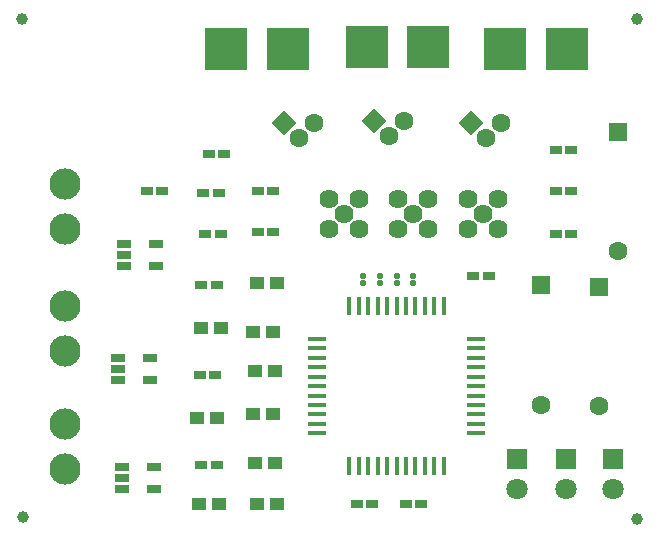
<source format=gbr>
G04 DipTrace 4.0.0.2*
G04 TopMask.gbr*
%MOIN*%
G04 #@! TF.FileFunction,Soldermask,Top*
G04 #@! TF.Part,Single*
%AMOUTLINE1*
4,1,28,
-0.004558,0.009253,
0.004558,0.009254,
0.005886,0.009079,
0.007243,0.008517,
0.008409,0.007622,
0.009304,0.006456,
0.009866,0.005099,
0.010041,0.003771,
0.010041,-0.003771,
0.009866,-0.005098,
0.009304,-0.006456,
0.008409,-0.007622,
0.007244,-0.008516,
0.005886,-0.009079,
0.004558,-0.009253,
-0.004558,-0.009254,
-0.005886,-0.009079,
-0.007243,-0.008517,
-0.008409,-0.007622,
-0.009304,-0.006456,
-0.009866,-0.005099,
-0.010041,-0.003771,
-0.010041,0.003771,
-0.009866,0.005098,
-0.009304,0.006456,
-0.008409,0.007622,
-0.007244,0.008516,
-0.005886,0.009079,
-0.004558,0.009253,
0*%
%AMOUTLINE4*
4,1,4,
-0.041762,0.0,
0.0,0.041762,
0.041762,0.0,
0.0,-0.041762,
-0.041762,0.0,
0*%
%ADD29C,0.03937*%
%ADD39R,0.047247X0.027562*%
%ADD41R,0.141735X0.141735*%
%ADD43R,0.039373X0.031499*%
%ADD45C,0.070869*%
%ADD47R,0.070869X0.070869*%
%ADD49R,0.062995X0.01772*%
%ADD51R,0.01772X0.062995*%
%ADD53C,0.10394*%
%ADD55C,0.06394*%
%ADD57C,0.062995*%
%ADD59R,0.062995X0.062995*%
%ADD61R,0.047247X0.04331*%
%ADD67OUTLINE1*%
%ADD70OUTLINE4*%
%FSLAX26Y26*%
G04*
G70*
G90*
G75*
G01*
G04 TopMask*
%LPD*%
D61*
X1047734Y499948D3*
X1114663D3*
X1302162Y637450D3*
X1235233Y637449D3*
X1308414Y499949D3*
X1241485Y499947D3*
X1302162Y943701D3*
X1235233Y943699D3*
X1295914Y799951D3*
X1228985Y799948D3*
X1041483Y787450D3*
X1108413Y787452D3*
X1053983Y1087451D3*
X1120913D3*
X1308414Y1237450D3*
X1241485Y1237449D3*
X1295914Y1074951D3*
X1228985Y1074950D3*
D59*
X2187440Y1230019D3*
D57*
X2187462Y832381D3*
D59*
X2443703Y1742518D3*
D57*
X2443691Y1344880D3*
D59*
X2381192Y1223768D3*
D57*
X2381208Y826130D3*
D55*
X1481197Y1518699D3*
X1581197D3*
X1481197Y1418699D3*
X1581197D3*
X1531197Y1468699D3*
X1712448Y1518699D3*
X1812448D3*
X1712448Y1418699D3*
X1812448D3*
X1762448Y1468699D3*
X1943699Y1518699D3*
X2043699D3*
X1943699Y1418699D3*
X2043699D3*
X1993699Y1468699D3*
D53*
X599951Y768700D3*
Y618700D3*
D29*
X462451Y456200D3*
X2506200Y449951D3*
Y2118700D3*
X456200D3*
D51*
X1548718Y1159447D3*
X1580214D3*
X1611710D3*
X1643207D3*
X1674703D3*
X1706199D3*
X1737695D3*
X1769191D3*
X1800687D3*
X1832183D3*
X1863679D3*
X1548718Y627951D3*
X1580214D3*
X1611710D3*
X1643207D3*
X1674703D3*
X1706199D3*
X1737695D3*
X1769191D3*
X1800687D3*
X1832183D3*
X1863679D3*
D49*
X1971947Y1051179D3*
Y1019683D3*
Y988187D3*
Y956691D3*
Y925195D3*
Y893699D3*
Y862203D3*
Y830707D3*
Y799210D3*
Y767714D3*
Y736218D3*
X1440451Y1051179D3*
Y1019683D3*
Y988187D3*
Y956691D3*
Y925195D3*
Y893699D3*
Y862203D3*
Y830707D3*
Y799210D3*
Y767714D3*
Y736218D3*
D47*
X2427419Y649951D3*
D45*
X2427417Y549951D3*
D47*
X2271166Y649949D3*
D45*
X2271171Y549949D3*
D47*
X2108666Y649949D3*
D45*
X2108671Y549949D3*
D67*
X1762448Y1262154D3*
Y1237745D3*
X1706198Y1262154D3*
X1706199Y1237745D3*
D43*
X1961857Y1262449D3*
X2013039D3*
X1049357Y931199D3*
X1100539Y931201D3*
X1068108Y1399951D3*
X1119289D3*
X1061857Y1537451D3*
X1113039D3*
X874359Y1543699D3*
X925540D3*
X1055608Y631200D3*
X1106789D3*
X1055608Y1231200D3*
X1106789D3*
X2236856Y1543699D3*
X2288037D3*
X2236856Y1681197D3*
X2288037D3*
X2236856Y1399948D3*
X2288037D3*
X1243107Y1543700D3*
X1294288D3*
X1243107Y1406199D3*
X1294288D3*
X1080608Y1668699D3*
X1131789D3*
X1736857Y499949D3*
X1788039D3*
X1574359D3*
X1625540D3*
D67*
X1593697Y1262154D3*
X1593698Y1237745D3*
X1649946Y1262154D3*
X1649947Y1237745D3*
D41*
X1343700Y2018700D3*
X1606200Y2024951D3*
X2068700Y2018700D3*
X1137449D3*
X1812449Y2024951D3*
X2274949Y2018700D3*
D39*
X790549Y624850D3*
Y587448D3*
Y550046D3*
X896848D3*
Y624850D3*
X778048Y987348D3*
X778049Y949947D3*
X778050Y912545D3*
X884350Y912548D3*
X884347Y987351D3*
X796798Y1368600D3*
Y1331199D3*
Y1293797D3*
X903098D3*
Y1368600D3*
D57*
X1429672Y1770224D3*
D70*
X1329672D3*
D57*
X1379672Y1720224D3*
X2054672Y1770224D3*
D70*
X1954672D3*
D57*
X2004672Y1720224D3*
X1729675Y1776476D3*
D70*
X1629675D3*
D57*
X1679675Y1726476D3*
D53*
X599951Y1568700D3*
X599953Y1418700D3*
X599951Y1162449D3*
X599953Y1012449D3*
M02*

</source>
